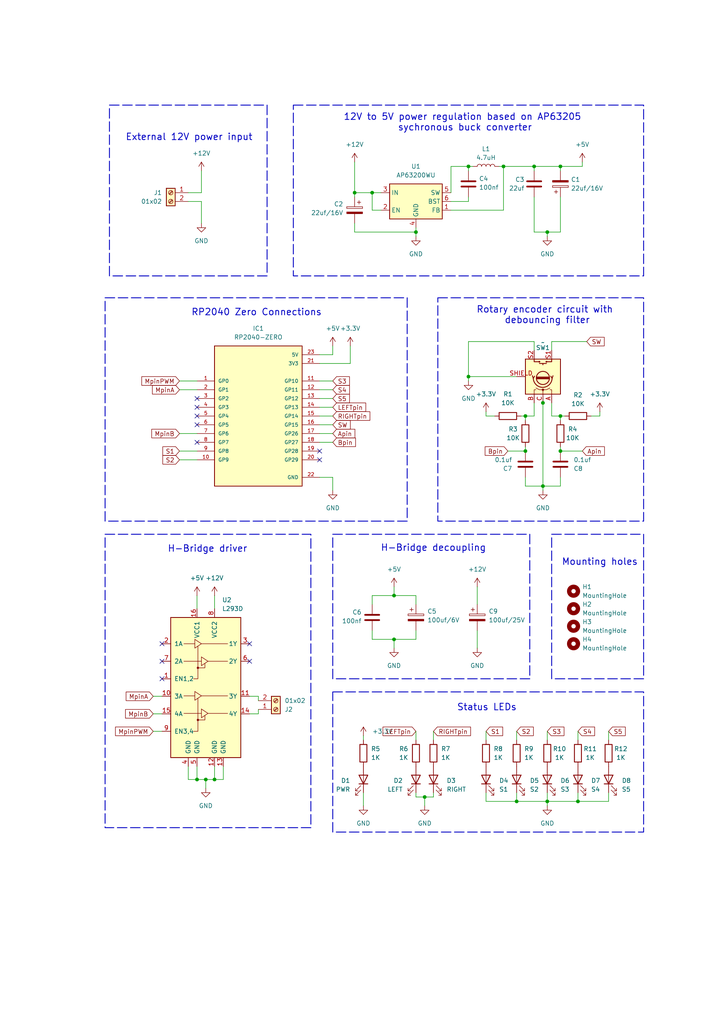
<source format=kicad_sch>
(kicad_sch (version 20231120) (generator "eeschema") (generator_version "8.0")
  (paper "A4" portrait)
  (title_block (title "Motor 12V STM Controller"))
  (lib_symbols
    (symbol "Connector:Screw_Terminal_01x02" (pin_names (offset 1.016) hide)
      (property "Reference" "J" (at 0 2.54 0))
      (property "Value" "Screw_Terminal_01x02" (at 0 -5.08 0))
      (symbol "Screw_Terminal_01x02_1_1"
        (rectangle (start -1.27 1.27) (end 1.27 -3.81) (stroke (width 0.254)) (fill (type background)))
        (circle (center 0 -2.54) (radius 0.635) (stroke (width 0.1524)))
        (polyline (pts (xy -0.5334 -2.2098) (xy 0.3302 -3.048)) (stroke (width 0.1524)))
        (polyline (pts (xy -0.5334 0.3302) (xy 0.3302 -0.508)) (stroke (width 0.1524)))
        (polyline (pts (xy -0.3556 -2.032) (xy 0.508 -2.8702)) (stroke (width 0.1524)))
        (polyline (pts (xy -0.3556 0.508) (xy 0.508 -0.3302)) (stroke (width 0.1524)))
        (circle (center 0 0) (radius 0.635) (stroke (width 0.1524)))
        (pin passive line (at -5.08 0 0) (length 3.81) (name "Pin_1") (number "1"))
        (pin passive line (at -5.08 -2.54 0) (length 3.81) (name "Pin_2") (number "2"))
      )
    )
    (symbol "Device:C" (pin_numbers hide) (pin_names (offset 0.254))
      (property "Reference" "C" (at 0.635 2.54 0))
      (property "Value" "C" (at 0.635 -2.54 0))
      (symbol "C_0_1"
        (polyline (pts (xy -2.032 -0.762) (xy 2.032 -0.762)) (stroke (width 0.508)))
        (polyline (pts (xy -2.032 0.762) (xy 2.032 0.762)) (stroke (width 0.508)))
      )
      (symbol "C_1_1"
        (pin passive line (at 0 3.81 270) (length 2.794) (name "~") (number "1"))
        (pin passive line (at 0 -3.81 90) (length 2.794) (name "~") (number "2"))
      )
    )
    (symbol "Device:C_Polarized" (pin_numbers hide) (pin_names (offset 0.254))
      (property "Reference" "C" (at 0.635 2.54 0))
      (property "Value" "C_Polarized" (at 0.635 -2.54 0))
      (symbol "C_Polarized_0_1"
        (rectangle (start -2.286 0.508) (end 2.286 1.016))
        (polyline (pts (xy -1.778 2.286) (xy -0.762 2.286)))
        (polyline (pts (xy -1.27 2.794) (xy -1.27 1.778)))
        (rectangle (start 2.286 -0.508) (end -2.286 -1.016) (fill (type outline)))
      )
      (symbol "C_Polarized_1_1"
        (pin passive line (at 0 3.81 270) (length 2.794) (name "~") (number "1"))
        (pin passive line (at 0 -3.81 90) (length 2.794) (name "~") (number "2"))
      )
    )
    (symbol "Device:L" (pin_numbers hide) (pin_names (offset 1.016) hide)
      (property "Reference" "L" (at -1.27 0 90))
      (property "Value" "L" (at 1.905 0 90))
      (symbol "L_0_1"
        (arc (start 0 -2.54) (mid 0.6323 -1.905) (end 0 -1.27))
        (arc (start 0 -1.27) (mid 0.6323 -0.635) (end 0 0))
        (arc (start 0 0) (mid 0.6323 0.635) (end 0 1.27))
        (arc (start 0 1.27) (mid 0.6323 1.905) (end 0 2.54))
      )
      (symbol "L_1_1"
        (pin passive line (at 0 3.81 270) (length 1.27) (name "1") (number "1"))
        (pin passive line (at 0 -3.81 90) (length 1.27) (name "2") (number "2"))
      )
    )
    (symbol "Device:LED" (pin_numbers hide) (pin_names (offset 1.016) hide)
      (property "Reference" "D" (at 0 2.54 0))
      (property "Value" "LED" (at 0 -2.54 0))
      (symbol "LED_0_1"
        (polyline (pts (xy -1.27 -1.27) (xy -1.27 1.27)) (stroke (width 0.254)))
        (polyline (pts (xy -1.27 0) (xy 1.27 0)))
        (polyline (pts (xy 1.27 -1.27) (xy 1.27 1.27) (xy -1.27 0) (xy 1.27 -1.27)) (stroke (width 0.254)))
        (polyline (pts (xy -3.048 -0.762) (xy -4.572 -2.286) (xy -3.81 -2.286) (xy -4.572 -2.286) (xy -4.572 -1.524)))
        (polyline (pts (xy -1.778 -0.762) (xy -3.302 -2.286) (xy -2.54 -2.286) (xy -3.302 -2.286) (xy -3.302 -1.524)))
      )
      (symbol "LED_1_1"
        (pin passive line (at -3.81 0 0) (length 2.54) (name "K") (number "1"))
        (pin passive line (at 3.81 0 180) (length 2.54) (name "A") (number "2"))
      )
    )
    (symbol "Device:R" (pin_numbers hide) (pin_names (offset 0))
      (property "Reference" "R" (at 2.032 0 90))
      (property "Value" "R" (at 0 0 90))
      (symbol "R_0_1"
        (rectangle (start -1.016 -2.54) (end 1.016 2.54) (stroke (width 0.254)))
      )
      (symbol "R_1_1"
        (pin passive line (at 0 3.81 270) (length 1.27) (name "~") (number "1"))
        (pin passive line (at 0 -3.81 90) (length 1.27) (name "~") (number "2"))
      )
    )
    (symbol "Device:RotaryEncoder_Switch" (pin_names (offset 0.254) hide)
      (property "Reference" "SW1" (at 8.382 0 90))
      (property "Value" "~" (at 9.906 0 90))
      (symbol "RotaryEncoder_Switch_0_1"
        (rectangle (start -5.08 5.08) (end 5.08 -5.08) (stroke (width 0.254)) (fill (type background)))
        (circle (center -3.81 0) (radius 0.254) (fill (type outline)))
        (circle (center -0.381 0) (radius 1.905) (stroke (width 0.254)))
        (arc (start -0.381 2.667) (mid -3.0988 -0.0635) (end -0.381 -2.794) (stroke (width 0.254)))
        (polyline (pts (xy -0.635 -1.778) (xy -0.635 1.778)) (stroke (width 0.254)))
        (polyline (pts (xy -0.381 -1.778) (xy -0.381 1.778)) (stroke (width 0.254)))
        (polyline (pts (xy -0.127 1.778) (xy -0.127 -1.778)) (stroke (width 0.254)))
        (polyline (pts (xy 3.81 0) (xy 3.429 0)) (stroke (width 0.254)))
        (polyline (pts (xy 3.81 1.016) (xy 3.81 -1.016)) (stroke (width 0.254)))
        (polyline (pts (xy -5.08 -2.54) (xy -3.81 -2.54) (xy -3.81 -2.032)))
        (polyline (pts (xy -5.08 2.54) (xy -3.81 2.54) (xy -3.81 2.032)))
        (polyline (pts (xy 0.254 -3.048) (xy -0.508 -2.794) (xy 0.127 -2.413)) (stroke (width 0.254)))
        (polyline (pts (xy 0.254 2.921) (xy -0.508 2.667) (xy 0.127 2.286)) (stroke (width 0.254)))
        (polyline (pts (xy 5.08 -2.54) (xy 4.318 -2.54) (xy 4.318 -1.016)) (stroke (width 0.254)))
        (polyline (pts (xy 5.08 2.54) (xy 4.318 2.54) (xy 4.318 1.016)) (stroke (width 0.254)))
        (polyline (pts (xy -5.08 0) (xy -3.81 0) (xy -3.81 -1.016) (xy -3.302 -2.032)))
        (polyline (pts (xy -4.318 0) (xy -3.81 0) (xy -3.81 1.016) (xy -3.302 2.032)))
        (circle (center 4.318 -1.016) (radius 0.127) (stroke (width 0.254)))
        (circle (center 4.318 1.016) (radius 0.127) (stroke (width 0.254)))
      )
      (symbol "RotaryEncoder_Switch_1_1"
        (pin passive line (at -7.62 2.54 0) (length 2.54) (name "A") (number "A"))
        (pin passive line (at -7.62 -2.54 0) (length 2.54) (name "B") (number "B"))
        (pin passive line (at -7.62 0 0) (length 2.54) (name "C") (number "C"))
        (pin passive line (at 7.62 2.54 180) (length 2.54) (name "S1") (number "S1"))
        (pin passive line (at 7.62 -2.54 180) (length 2.54) (name "S2") (number "S2"))
        (pin passive line (at 0 -7.62 90) (length 2.54) (name "SHIELD") (number "SHIELD"))
      )
    )
    (symbol "Driver_Motor:L293D" (pin_names (offset 1.016))
      (property "Reference" "U" (at -5.08 26.035 0))
      (property "Value" "L293D" (at -5.08 24.13 0))
      (symbol "L293D_0_1"
        (rectangle (start -10.16 22.86) (end 10.16 -17.78) (stroke (width 0.254)) (fill (type background)))
        (circle (center -2.286 -6.858) (radius 0.254) (fill (type outline)))
        (circle (center -2.286 8.255) (radius 0.254) (fill (type outline)))
        (polyline (pts (xy -6.35 -4.953) (xy -1.27 -4.953)))
        (polyline (pts (xy -6.35 0.127) (xy -3.175 0.127)))
        (polyline (pts (xy -6.35 10.16) (xy -1.27 10.16)))
        (polyline (pts (xy -6.35 15.24) (xy -3.175 15.24)))
        (polyline (pts (xy -1.27 0.127) (xy 6.35 0.127)))
        (polyline (pts (xy -1.27 15.24) (xy 6.35 15.24)))
        (polyline (pts (xy 0.635 -4.953) (xy 6.35 -4.953)))
        (polyline (pts (xy 0.635 10.16) (xy 6.35 10.16)))
        (polyline (pts (xy -2.286 -6.858) (xy -0.254 -6.858) (xy -0.254 -5.588)))
        (polyline (pts (xy -2.286 -0.635) (xy -2.286 -10.16) (xy -3.556 -10.16)))
        (polyline (pts (xy -2.286 8.255) (xy -0.254 8.255) (xy -0.254 9.525)))
        (polyline (pts (xy -2.286 14.478) (xy -2.286 5.08) (xy -3.556 5.08)))
        (polyline (pts (xy -3.175 1.397) (xy -3.175 -1.143) (xy -1.27 0.127) (xy -3.175 1.397)))
        (polyline (pts (xy -3.175 16.51) (xy -3.175 13.97) (xy -1.27 15.24) (xy -3.175 16.51)))
        (polyline (pts (xy -1.27 -3.683) (xy -1.27 -6.223) (xy 0.635 -4.953) (xy -1.27 -3.683)))
        (polyline (pts (xy -1.27 11.43) (xy -1.27 8.89) (xy 0.635 10.16) (xy -1.27 11.43)))
      )
      (symbol "L293D_1_1"
        (pin input line (at -12.7 5.08 0) (length 2.54) (name "EN1,2") (number "1"))
        (pin input line (at -12.7 0 0) (length 2.54) (name "3A") (number "10"))
        (pin output line (at 12.7 0 180) (length 2.54) (name "3Y") (number "11"))
        (pin power_in line (at 2.54 -20.32 90) (length 2.54) (name "GND") (number "12"))
        (pin power_in line (at 5.08 -20.32 90) (length 2.54) (name "GND") (number "13"))
        (pin output line (at 12.7 -5.08 180) (length 2.54) (name "4Y") (number "14"))
        (pin input line (at -12.7 -5.08 0) (length 2.54) (name "4A") (number "15"))
        (pin power_in line (at -2.54 25.4 270) (length 2.54) (name "VCC1") (number "16"))
        (pin input line (at -12.7 15.24 0) (length 2.54) (name "1A") (number "2"))
        (pin output line (at 12.7 15.24 180) (length 2.54) (name "1Y") (number "3"))
        (pin power_in line (at -5.08 -20.32 90) (length 2.54) (name "GND") (number "4"))
        (pin power_in line (at -2.54 -20.32 90) (length 2.54) (name "GND") (number "5"))
        (pin output line (at 12.7 10.16 180) (length 2.54) (name "2Y") (number "6"))
        (pin input line (at -12.7 10.16 0) (length 2.54) (name "2A") (number "7"))
        (pin power_in line (at 2.54 25.4 270) (length 2.54) (name "VCC2") (number "8"))
        (pin input line (at -12.7 -10.16 0) (length 2.54) (name "EN3,4") (number "9"))
      )
    )
    (symbol "Mechanical:MountingHole" (pin_names (offset 1.016)) (exclude_from_sim yes) (in_bom no)
      (property "Reference" "H" (at 0 5.08 0))
      (property "Value" "MountingHole" (at 0 3.175 0))
      (symbol "MountingHole_0_1"
        (circle (center 0 0) (radius 1.27) (stroke (width 1.27)))
      )
    )
    (symbol "RP2040-ZERO:RP2040-ZERO" (pin_names (offset 1.016))
      (property "Reference" "U" (at -12.7 21.082 0))
      (property "Value" "RP2040-ZERO" (at -12.7 -22.86 0))
      (symbol "RP2040-ZERO_0_0"
        (rectangle (start -12.7 -20.32) (end 12.7 20.32) (stroke (width 0.254)) (fill (type background)))
        (pin bidirectional line (at -17.78 10.16 0) (length 5.08) (name "GP0") (number "1"))
        (pin bidirectional line (at -17.78 -12.7 0) (length 5.08) (name "GP9") (number "10"))
        (pin bidirectional line (at 17.78 10.16 180) (length 5.08) (name "GP10") (number "11"))
        (pin bidirectional line (at 17.78 7.62 180) (length 5.08) (name "GP11") (number "12"))
        (pin bidirectional line (at 17.78 5.08 180) (length 5.08) (name "GP12") (number "13"))
        (pin bidirectional line (at 17.78 2.54 180) (length 5.08) (name "GP13") (number "14"))
        (pin bidirectional line (at 17.78 0 180) (length 5.08) (name "GP14") (number "15"))
        (pin bidirectional line (at 17.78 -2.54 180) (length 5.08) (name "GP15") (number "16"))
        (pin bidirectional line (at 17.78 -5.08 180) (length 5.08) (name "GP26") (number "17"))
        (pin bidirectional line (at 17.78 -7.62 180) (length 5.08) (name "GP27") (number "18"))
        (pin bidirectional line (at 17.78 -10.16 180) (length 5.08) (name "GP28") (number "19"))
        (pin bidirectional line (at -17.78 7.62 0) (length 5.08) (name "GP1") (number "2"))
        (pin bidirectional line (at 17.78 -12.7 180) (length 5.08) (name "GP29") (number "20"))
        (pin power_in line (at 17.78 15.24 180) (length 5.08) (name "3V3") (number "21"))
        (pin power_in line (at 17.78 -17.78 180) (length 5.08) (name "GND") (number "22"))
        (pin power_in line (at 17.78 17.78 180) (length 5.08) (name "5V") (number "23"))
        (pin bidirectional line (at -17.78 5.08 0) (length 5.08) (name "GP2") (number "3"))
        (pin bidirectional line (at -17.78 2.54 0) (length 5.08) (name "GP3") (number "4"))
        (pin bidirectional line (at -17.78 0 0) (length 5.08) (name "GP4") (number "5"))
        (pin bidirectional line (at -17.78 -2.54 0) (length 5.08) (name "GP5") (number "6"))
        (pin bidirectional line (at -17.78 -5.08 0) (length 5.08) (name "GP6") (number "7"))
        (pin bidirectional line (at -17.78 -7.62 0) (length 5.08) (name "GP7") (number "8"))
        (pin bidirectional line (at -17.78 -10.16 0) (length 5.08) (name "GP8") (number "9"))
      )
    )
    (symbol "Regulator_Switching:AP63200WU"
      (property "Reference" "U" (at -7.62 6.35 0))
      (property "Value" "AP63200WU" (at 2.54 6.35 0))
      (symbol "AP63200WU_0_1"
        (rectangle (start -7.62 5.08) (end 7.62 -5.08) (stroke (width 0.254)) (fill (type background)))
      )
      (symbol "AP63200WU_1_1"
        (pin input line (at 10.16 -2.54 180) (length 2.54) (name "FB") (number "1"))
        (pin input line (at -10.16 -2.54 0) (length 2.54) (name "EN") (number "2"))
        (pin power_in line (at -10.16 2.54 0) (length 2.54) (name "IN") (number "3"))
        (pin power_in line (at 0 -7.62 90) (length 2.54) (name "GND") (number "4"))
        (pin output line (at 10.16 2.54 180) (length 2.54) (name "SW") (number "5"))
        (pin passive line (at 10.16 0 180) (length 2.54) (name "BST") (number "6"))
      )
    )
    (symbol "power:+12V" (power) (pin_numbers hide) (pin_names (offset 0) hide)
      (property "Value" "+12V" (at 0 3.556 0))
      (symbol "+12V_0_1"
        (polyline (pts (xy -0.762 1.27) (xy 0 2.54)))
        (polyline (pts (xy 0 0) (xy 0 2.54)))
        (polyline (pts (xy 0 2.54) (xy 0.762 1.27)))
      )
      (symbol "+12V_1_1"
        (pin power_in line (at 0 0 90) (length 0) (name "~") (number "1"))
      )
    )
    (symbol "power:+3.3V" (power) (pin_numbers hide) (pin_names (offset 0) hide)
      (property "Value" "+3.3V" (at 0 3.556 0))
      (symbol "+3.3V_0_1"
        (polyline (pts (xy -0.762 1.27) (xy 0 2.54)))
        (polyline (pts (xy 0 0) (xy 0 2.54)))
        (polyline (pts (xy 0 2.54) (xy 0.762 1.27)))
      )
      (symbol "+3.3V_1_1"
        (pin power_in line (at 0 0 90) (length 0) (name "~") (number "1"))
      )
    )
    (symbol "power:+5V" (power) (pin_numbers hide) (pin_names (offset 0) hide)
      (property "Value" "+5V" (at 0 3.556 0))
      (symbol "+5V_0_1"
        (polyline (pts (xy -0.762 1.27) (xy 0 2.54)))
        (polyline (pts (xy 0 0) (xy 0 2.54)))
        (polyline (pts (xy 0 2.54) (xy 0.762 1.27)))
      )
      (symbol "+5V_1_1"
        (pin power_in line (at 0 0 90) (length 0) (name "~") (number "1"))
      )
    )
    (symbol "power:GND" (power) (pin_numbers hide) (pin_names (offset 0) hide)
      (property "Value" "GND" (at 0 -3.81 0))
      (symbol "GND_0_1"
        (polyline (pts (xy 0 0) (xy 0 -1.27) (xy 1.27 -1.27) (xy 0 -2.54) (xy -1.27 -1.27) (xy 0 -1.27)))
      )
      (symbol "GND_1_1"
        (pin power_in line (at 0 0 270) (length 0) (name "~") (number "1"))
      )
    )
  )
  (junction (at 158.75 232.41))
  (junction (at 107.95 55.88))
  (junction (at 59.69 226.06))
  (junction (at 157.48 116.84))
  (junction (at 120.65 67.31))
  (junction (at 152.4 120.65))
  (junction (at 167.64 232.41))
  (junction (at 102.87 55.88))
  (junction (at 158.75 67.31))
  (junction (at 162.56 120.65))
  (junction (at 135.89 109.22))
  (junction (at 114.3 172.72))
  (junction (at 149.86 232.41))
  (junction (at 62.23 226.06))
  (junction (at 135.89 48.26))
  (junction (at 154.94 48.26))
  (junction (at 157.48 140.97))
  (junction (at 162.56 48.26))
  (junction (at 123.19 231.14))
  (junction (at 57.15 226.06))
  (junction (at 114.3 185.42))
  (junction (at 152.4 130.81))
  (junction (at 146.05 48.26))
  (junction (at 162.56 130.81))
  (no_connect (at 46.99 191.77))
  (no_connect (at 92.71 133.35))
  (no_connect (at 72.39 186.69))
  (no_connect (at 72.39 191.77))
  (no_connect (at 92.71 130.81))
  (no_connect (at 46.99 186.69))
  (no_connect (at 46.99 196.85))
  (no_connect (at 57.15 115.57))
  (no_connect (at 57.15 123.19))
  (no_connect (at 57.15 118.11))
  (no_connect (at 57.15 120.65))
  (no_connect (at 57.15 128.27))
  (wire (pts (xy 147.32 130.81) (xy 152.4 130.81)))
  (wire (pts (xy 92.71 120.65) (xy 96.52 120.65)))
  (wire (pts (xy 160.02 116.84) (xy 160.02 120.65)))
  (wire (pts (xy 92.71 123.19) (xy 96.52 123.19)))
  (wire (pts (xy 74.93 207.01) (xy 74.93 205.74)))
  (wire (pts (xy 92.71 128.27) (xy 96.52 128.27)))
  (wire (pts (xy 96.52 102.87) (xy 92.71 102.87)))
  (wire (pts (xy 92.71 125.73) (xy 96.52 125.73)))
  (wire (pts (xy 135.89 110.49) (xy 135.89 109.22)))
  (wire (pts (xy 176.53 229.87) (xy 176.53 232.41)))
  (wire (pts (xy 130.81 48.26) (xy 135.89 48.26)))
  (wire (pts (xy 57.15 222.25) (xy 57.15 226.06)))
  (wire (pts (xy 157.48 116.84) (xy 157.48 140.97)))
  (wire (pts (xy 149.86 229.87) (xy 149.86 232.41)))
  (wire (pts (xy 92.71 113.03) (xy 96.52 113.03)))
  (wire (pts (xy 107.95 175.26) (xy 107.95 172.72)))
  (wire (pts (xy 58.42 49.53) (xy 58.42 55.88)))
  (wire (pts (xy 140.97 232.41) (xy 149.86 232.41)))
  (wire (pts (xy 105.41 213.36) (xy 105.41 214.63)))
  (wire (pts (xy 62.23 226.06) (xy 59.69 226.06)))
  (wire (pts (xy 107.95 55.88) (xy 110.49 55.88)))
  (wire (pts (xy 135.89 109.22) (xy 149.86 109.22)))
  (wire (pts (xy 157.48 115.57) (xy 157.48 116.84)))
  (wire (pts (xy 135.89 48.26) (xy 137.16 48.26)))
  (wire (pts (xy 135.89 99.06) (xy 154.94 99.06)))
  (wire (pts (xy 158.75 229.87) (xy 158.75 232.41)))
  (wire (pts (xy 130.81 60.96) (xy 146.05 60.96)))
  (wire (pts (xy 54.61 226.06) (xy 57.15 226.06)))
  (wire (pts (xy 160.02 101.6) (xy 160.02 99.06)))
  (wire (pts (xy 92.71 115.57) (xy 96.52 115.57)))
  (wire (pts (xy 158.75 67.31) (xy 158.75 68.58)))
  (wire (pts (xy 92.71 118.11) (xy 96.52 118.11)))
  (wire (pts (xy 162.56 48.26) (xy 162.56 49.53)))
  (wire (pts (xy 160.02 99.06) (xy 170.18 99.06)))
  (wire (pts (xy 138.43 170.18) (xy 138.43 175.26)))
  (wire (pts (xy 102.87 67.31) (xy 120.65 67.31)))
  (wire (pts (xy 167.64 232.41) (xy 176.53 232.41)))
  (wire (pts (xy 96.52 100.33) (xy 96.52 102.87)))
  (wire (pts (xy 123.19 231.14) (xy 123.19 233.68)))
  (wire (pts (xy 167.64 212.09) (xy 167.64 214.63)))
  (wire (pts (xy 92.71 105.41) (xy 101.6 105.41)))
  (wire (pts (xy 167.64 229.87) (xy 167.64 232.41)))
  (wire (pts (xy 162.56 57.15) (xy 162.56 67.31)))
  (wire (pts (xy 114.3 185.42) (xy 114.3 187.96)))
  (wire (pts (xy 57.15 226.06) (xy 59.69 226.06)))
  (wire (pts (xy 162.56 140.97) (xy 157.48 140.97)))
  (wire (pts (xy 120.65 182.88) (xy 120.65 185.42)))
  (wire (pts (xy 120.65 212.09) (xy 120.65 214.63)))
  (wire (pts (xy 107.95 185.42) (xy 114.3 185.42)))
  (wire (pts (xy 52.07 133.35) (xy 57.15 133.35)))
  (wire (pts (xy 74.93 201.93) (xy 74.93 203.2)))
  (wire (pts (xy 58.42 55.88) (xy 54.61 55.88)))
  (wire (pts (xy 168.91 48.26) (xy 168.91 46.99)))
  (wire (pts (xy 154.94 57.15) (xy 154.94 67.31)))
  (wire (pts (xy 44.45 212.09) (xy 46.99 212.09)))
  (wire (pts (xy 64.77 222.25) (xy 64.77 226.06)))
  (wire (pts (xy 158.75 232.41) (xy 167.64 232.41)))
  (wire (pts (xy 160.02 120.65) (xy 162.56 120.65)))
  (wire (pts (xy 58.42 58.42) (xy 54.61 58.42)))
  (wire (pts (xy 154.94 48.26) (xy 162.56 48.26)))
  (wire (pts (xy 120.65 175.26) (xy 120.65 172.72)))
  (wire (pts (xy 173.99 120.65) (xy 173.99 119.38)))
  (wire (pts (xy 62.23 172.72) (xy 62.23 176.53)))
  (wire (pts (xy 138.43 182.88) (xy 138.43 187.96)))
  (wire (pts (xy 176.53 212.09) (xy 176.53 214.63)))
  (wire (pts (xy 152.4 120.65) (xy 154.94 120.65)))
  (wire (pts (xy 54.61 222.25) (xy 54.61 226.06)))
  (wire (pts (xy 154.94 116.84) (xy 154.94 120.65)))
  (wire (pts (xy 154.94 67.31) (xy 158.75 67.31)))
  (wire (pts (xy 92.71 110.49) (xy 96.52 110.49)))
  (wire (pts (xy 149.86 232.41) (xy 158.75 232.41)))
  (wire (pts (xy 152.4 120.65) (xy 152.4 121.92)))
  (wire (pts (xy 162.56 67.31) (xy 158.75 67.31)))
  (wire (pts (xy 151.13 120.65) (xy 152.4 120.65)))
  (wire (pts (xy 96.52 138.43) (xy 92.71 138.43)))
  (wire (pts (xy 101.6 105.41) (xy 101.6 100.33)))
  (wire (pts (xy 125.73 229.87) (xy 125.73 231.14)))
  (wire (pts (xy 162.56 129.54) (xy 162.56 130.81)))
  (wire (pts (xy 58.42 64.77) (xy 58.42 58.42)))
  (wire (pts (xy 135.89 109.22) (xy 135.89 99.06)))
  (wire (pts (xy 120.65 185.42) (xy 114.3 185.42)))
  (wire (pts (xy 120.65 231.14) (xy 123.19 231.14)))
  (wire (pts (xy 135.89 57.15) (xy 135.89 58.42)))
  (wire (pts (xy 143.51 120.65) (xy 140.97 120.65)))
  (wire (pts (xy 110.49 60.96) (xy 107.95 60.96)))
  (wire (pts (xy 154.94 48.26) (xy 154.94 49.53)))
  (wire (pts (xy 168.91 48.26) (xy 162.56 48.26)))
  (wire (pts (xy 162.56 138.43) (xy 162.56 140.97)))
  (wire (pts (xy 105.41 229.87) (xy 105.41 233.68)))
  (wire (pts (xy 171.45 120.65) (xy 173.99 120.65)))
  (wire (pts (xy 114.3 172.72) (xy 114.3 170.18)))
  (wire (pts (xy 52.07 125.73) (xy 57.15 125.73)))
  (wire (pts (xy 102.87 55.88) (xy 107.95 55.88)))
  (wire (pts (xy 146.05 60.96) (xy 146.05 48.26)))
  (wire (pts (xy 157.48 140.97) (xy 157.48 142.24)))
  (wire (pts (xy 52.07 130.81) (xy 57.15 130.81)))
  (wire (pts (xy 44.45 201.93) (xy 46.99 201.93)))
  (wire (pts (xy 107.95 182.88) (xy 107.95 185.42)))
  (wire (pts (xy 59.69 228.6) (xy 59.69 226.06)))
  (wire (pts (xy 162.56 120.65) (xy 162.56 121.92)))
  (wire (pts (xy 146.05 48.26) (xy 154.94 48.26)))
  (wire (pts (xy 135.89 48.26) (xy 135.89 49.53)))
  (wire (pts (xy 149.86 212.09) (xy 149.86 214.63)))
  (wire (pts (xy 64.77 226.06) (xy 62.23 226.06)))
  (wire (pts (xy 107.95 172.72) (xy 114.3 172.72)))
  (wire (pts (xy 125.73 212.09) (xy 125.73 214.63)))
  (wire (pts (xy 162.56 130.81) (xy 168.91 130.81)))
  (wire (pts (xy 154.94 99.06) (xy 154.94 101.6)))
  (wire (pts (xy 135.89 58.42) (xy 130.81 58.42)))
  (wire (pts (xy 140.97 229.87) (xy 140.97 232.41)))
  (wire (pts (xy 102.87 55.88) (xy 102.87 46.99)))
  (wire (pts (xy 52.07 113.03) (xy 57.15 113.03)))
  (wire (pts (xy 120.65 67.31) (xy 120.65 68.58)))
  (wire (pts (xy 102.87 64.77) (xy 102.87 67.31)))
  (wire (pts (xy 107.95 60.96) (xy 107.95 55.88)))
  (wire (pts (xy 62.23 222.25) (xy 62.23 226.06)))
  (wire (pts (xy 158.75 232.41) (xy 158.75 233.68)))
  (wire (pts (xy 158.75 212.09) (xy 158.75 214.63)))
  (wire (pts (xy 140.97 212.09) (xy 140.97 214.63)))
  (wire (pts (xy 144.78 48.26) (xy 146.05 48.26)))
  (wire (pts (xy 52.07 110.49) (xy 57.15 110.49)))
  (wire (pts (xy 57.15 172.72) (xy 57.15 176.53)))
  (wire (pts (xy 102.87 55.88) (xy 102.87 57.15)))
  (wire (pts (xy 152.4 138.43) (xy 152.4 140.97)))
  (wire (pts (xy 152.4 129.54) (xy 152.4 130.81)))
  (wire (pts (xy 72.39 201.93) (xy 74.93 201.93)))
  (wire (pts (xy 96.52 142.24) (xy 96.52 138.43)))
  (wire (pts (xy 152.4 140.97) (xy 157.48 140.97)))
  (wire (pts (xy 125.73 231.14) (xy 123.19 231.14)))
  (wire (pts (xy 130.81 55.88) (xy 130.81 48.26)))
  (wire (pts (xy 162.56 120.65) (xy 163.83 120.65)))
  (wire (pts (xy 120.65 172.72) (xy 114.3 172.72)))
  (wire (pts (xy 44.45 207.01) (xy 46.99 207.01)))
  (wire (pts (xy 140.97 120.65) (xy 140.97 119.38)))
  (wire (pts (xy 120.65 229.87) (xy 120.65 231.14)))
  (wire (pts (xy 120.65 66.04) (xy 120.65 67.31)))
  (wire (pts (xy 72.39 207.01) (xy 74.93 207.01)))
  (rectangle (start 30.48 86.36) (end 118.11 151.13) (stroke (width 0.254) (type dash)))
  (rectangle (start 31.75 30.48) (end 77.47 80.01) (stroke (width 0.254) (type dash)))
  (rectangle (start 85.09 30.48) (end 186.69 80.01) (stroke (width 0.254) (type dash)))
  (rectangle (start 160.02 154.94) (end 186.69 196.85) (stroke (width 0.254) (type dash)))
  (rectangle (start 127 86.36) (end 186.69 151.13) (stroke (width 0.254) (type dash)))
  (rectangle (start 96.52 200.66) (end 186.69 241.3) (stroke (width 0.254) (type dash)))
  (rectangle (start 30.48 154.94) (end 90.17 240.03) (stroke (width 0.254) (type dash)))
  (rectangle (start 96.52 154.94) (end 153.67 196.85) (stroke (width 0.254) (type dash)))
  (text "Mounting holes" (at 173.99 163.068 0) (effects (font (size 1.905 1.905) (thickness 0.2381))))
  (text "Rotary encoder circuit with \ndebouncing filter" (at 158.75 91.44 0) (effects (font (size 1.905 1.905) (thickness 0.2381))))
  (text "12V to 5V power regulation based on AP63205 \nsychronous buck converter" (at 134.874 35.56 0) (effects (font (size 1.905 1.905) (thickness 0.2381))))
  (text "External 12V power input" (at 54.864 39.878 0) (effects (font (size 1.905 1.905) (thickness 0.2381))))
  (text "RP2040 Zero Connections" (at 74.422 90.678 0) (effects (font (size 1.905 1.905) (thickness 0.2381))))
  (text "H-Bridge decoupling" (at 125.73 159.004 0) (effects (font (size 1.905 1.905) (thickness 0.2381))))
  (text "H-Bridge driver" (at 60.198 159.258 0) (effects (font (size 1.905 1.905) (thickness 0.2381))))
  (text "Status LEDs" (at 141.224 205.232 0) (effects (font (size 1.905 1.905) (thickness 0.2381))))
  (global_label "MpinB" (shape input) (at 44.45 207.01 180) (property "Intersheetrefs" "${INTERSHEET_REFS}" (effects (hide yes))))
  (global_label "RIGHTpin" (shape input) (at 125.73 212.09 0) (property "Intersheetrefs" "${INTERSHEET_REFS}" (effects (hide yes))))
  (global_label "MpinA" (shape input) (at 44.45 201.93 180) (property "Intersheetrefs" "${INTERSHEET_REFS}" (effects (hide yes))))
  (global_label "Bpin" (shape input) (at 96.52 128.27 0) (property "Intersheetrefs" "${INTERSHEET_REFS}" (effects (hide yes))))
  (global_label "S3" (shape input) (at 158.75 212.09 0) (property "Intersheetrefs" "${INTERSHEET_REFS}" (effects (hide yes))))
  (global_label "Apin" (shape input) (at 96.52 125.73 0) (property "Intersheetrefs" "${INTERSHEET_REFS}" (effects (hide yes))))
  (global_label "S5" (shape input) (at 176.53 212.09 0) (property "Intersheetrefs" "${INTERSHEET_REFS}" (effects (hide yes))))
  (global_label "Bpin" (shape input) (at 147.32 130.81 180) (property "Intersheetrefs" "${INTERSHEET_REFS}" (effects (hide yes))))
  (global_label "MpinPWM" (shape input) (at 52.07 110.49 180) (property "Intersheetrefs" "${INTERSHEET_REFS}" (effects (hide yes))))
  (global_label "S2" (shape input) (at 149.86 212.09 0) (property "Intersheetrefs" "${INTERSHEET_REFS}" (effects (hide yes))))
  (global_label "LEFTpin" (shape input) (at 96.52 118.11 0) (property "Intersheetrefs" "${INTERSHEET_REFS}" (effects (hide yes))))
  (global_label "S4" (shape input) (at 167.64 212.09 0) (property "Intersheetrefs" "${INTERSHEET_REFS}" (effects (hide yes))))
  (global_label "S1" (shape input) (at 140.97 212.09 0) (property "Intersheetrefs" "${INTERSHEET_REFS}" (effects (hide yes))))
  (global_label "SW" (shape input) (at 96.52 123.19 0) (property "Intersheetrefs" "${INTERSHEET_REFS}" (effects (hide yes))))
  (global_label "MpinA" (shape input) (at 52.07 113.03 180) (property "Intersheetrefs" "${INTERSHEET_REFS}" (effects (hide yes))))
  (global_label "MpinPWM" (shape input) (at 44.45 212.09 180) (property "Intersheetrefs" "${INTERSHEET_REFS}" (effects (hide yes))))
  (global_label "S4" (shape input) (at 96.52 113.03 0) (property "Intersheetrefs" "${INTERSHEET_REFS}" (effects (hide yes))))
  (global_label "MpinB" (shape input) (at 52.07 125.73 180) (property "Intersheetrefs" "${INTERSHEET_REFS}" (effects (hide yes))))
  (global_label "SW" (shape input) (at 170.18 99.06 0) (property "Intersheetrefs" "${INTERSHEET_REFS}" (effects (hide yes))))
  (global_label "S3" (shape input) (at 96.52 110.49 0) (property "Intersheetrefs" "${INTERSHEET_REFS}" (effects (hide yes))))
  (global_label "Apin" (shape input) (at 168.91 130.81 0) (property "Intersheetrefs" "${INTERSHEET_REFS}" (effects (hide yes))))
  (global_label "RIGHTpin" (shape input) (at 96.52 120.65 0) (property "Intersheetrefs" "${INTERSHEET_REFS}" (effects (hide yes))))
  (global_label "S5" (shape input) (at 96.52 115.57 0) (property "Intersheetrefs" "${INTERSHEET_REFS}" (effects (hide yes))))
  (global_label "S1" (shape input) (at 52.07 130.81 180) (property "Intersheetrefs" "${INTERSHEET_REFS}" (effects (hide yes))))
  (global_label "S2" (shape input) (at 52.07 133.35 180) (property "Intersheetrefs" "${INTERSHEET_REFS}" (effects (hide yes))))
  (global_label "LEFTpin" (shape input) (at 120.65 212.09 180) (property "Intersheetrefs" "${INTERSHEET_REFS}" (effects (hide yes))))
  (symbol (lib_id "Device:C_Polarized") (at 102.87 60.96 0) (mirror y) (unit 1)
    (property "Reference" "C2" (at 99.568 59.182 0) (effects (justify left)))
    (property "Value" "22uf/16V" (at 99.568 61.722 0) (effects (justify left)))
    (property "Footprint" "Capacitor_THT:CP_Radial_D4.0mm_P1.50mm" (effects (hide yes)))
    (property "Description" "Polarized capacitor" (effects (hide yes)))
  )
  (symbol (lib_id "power:+12V") (at 58.42 49.53 0) (unit 1)
    (property "Reference" "#PWR020" (effects (hide yes)))
    (property "Value" "+12V" (at 58.42 44.45 0))
    (property "Description" "Power symbol creates a global label with name \"+12V\"" (effects (hide yes)))
  )
  (symbol (lib_id "Device:LED") (at 105.41 226.06 270) (mirror x) (unit 1)
    (property "Reference" "D1" (at 101.6 226.3774 90) (effects (justify right)))
    (property "Value" "PWR" (at 101.6 228.9174 90) (effects (justify right)))
    (property "Footprint" "LED_THT:LED_Rectangular_W5.0mm_H2.0mm" (effects (hide yes)))
    (property "Description" "Light emitting diode" (effects (hide yes)))
  )
  (symbol (lib_id "Device:LED") (at 176.53 226.06 90) (unit 1)
    (property "Reference" "D8" (at 180.34 226.3774 90) (effects (justify right)))
    (property "Value" "S5" (at 180.34 228.9174 90) (effects (justify right)))
    (property "Footprint" "LED_THT:LED_Rectangular_W5.0mm_H2.0mm" (effects (hide yes)))
    (property "Description" "Light emitting diode" (effects (hide yes)))
  )
  (symbol (lib_id "Device:R") (at 176.53 218.44 0) (unit 1)
    (property "Reference" "R12" (at 180.086 217.17 0))
    (property "Value" "1K" (at 180.086 219.71 0))
    (property "Footprint" "Resistor_THT:R_Axial_DIN0204_L3.6mm_D1.6mm_P2.54mm_Vertical" (effects (hide yes)))
    (property "Description" "Resistor" (effects (hide yes)))
  )
  (symbol (lib_id "power:+5V") (at 168.91 46.99 0) (unit 1)
    (property "Reference" "#PWR03" (effects (hide yes)))
    (property "Value" "+5V" (at 168.91 41.91 0))
    (property "Description" "Power symbol creates a global label with name \"+5V\"" (effects (hide yes)))
  )
  (symbol (lib_id "power:GND") (at 120.65 68.58 0) (unit 1)
    (property "Reference" "#PWR04" (effects (hide yes)))
    (property "Value" "GND" (at 120.65 73.66 0))
    (property "Description" "Power symbol creates a global label with name \"GND\" , ground" (effects (hide yes)))
  )
  (symbol (lib_id "power:GND") (at 114.3 187.96 0) (unit 1)
    (property "Reference" "#PWR06" (effects (hide yes)))
    (property "Value" "GND" (at 114.3 193.04 0))
    (property "Description" "Power symbol creates a global label with name \"GND\" , ground" (effects (hide yes)))
  )
  (symbol (lib_id "power:+12V") (at 102.87 46.99 0) (unit 1)
    (property "Reference" "#PWR02" (effects (hide yes)))
    (property "Value" "+12V" (at 102.87 41.91 0))
    (property "Description" "Power symbol creates a global label with name \"+12V\"" (effects (hide yes)))
  )
  (symbol (lib_id "power:+5V") (at 57.15 172.72 0) (unit 1)
    (property "Reference" "#PWR017" (effects (hide yes)))
    (property "Value" "+5V" (at 57.15 167.64 0))
    (property "Description" "Power symbol creates a global label with name \"+5V\"" (effects (hide yes)))
  )
  (symbol (lib_id "Connector:Screw_Terminal_01x02") (at 49.53 55.88 0) (mirror y) (unit 1)
    (property "Reference" "J1" (at 46.99 55.8799 0) (effects (justify left)))
    (property "Value" "01x02" (at 46.99 58.4199 0) (effects (justify left)))
    (property "Footprint" "TerminalBlock:TerminalBlock_Xinya_XY308-2.54-2P_1x02_P2.54mm_Horizontal" (effects (hide yes)))
    (property "Description" "Generic screw terminal, single row, 01x02, script generated (kicad-library-utils/schlib/autogen/connector/)" (effects (hide yes)))
  )
  (symbol (lib_id "power:GND") (at 123.19 233.68 0) (unit 1)
    (property "Reference" "#PWR014" (effects (hide yes)))
    (property "Value" "GND" (at 123.19 238.76 0))
    (property "Description" "Power symbol creates a global label with name \"GND\" , ground" (effects (hide yes)))
  )
  (symbol (lib_id "Device:C") (at 152.4 134.62 180) (unit 1)
    (property "Reference" "C7" (at 148.59 135.8901 0) (effects (justify left)))
    (property "Value" "0.1uf" (at 148.59 133.3501 0) (effects (justify left)))
    (property "Footprint" "Capacitor_THT:CP_Radial_D4.0mm_P1.50mm" (effects (hide yes)))
    (property "Description" "Unpolarized capacitor" (effects (hide yes)))
  )
  (symbol (lib_id "Device:R") (at 167.64 120.65 270) (mirror x) (unit 1)
    (property "Reference" "R2" (at 167.64 114.554 90))
    (property "Value" "10K" (at 167.64 117.094 90))
    (property "Footprint" "Resistor_THT:R_Axial_DIN0204_L3.6mm_D1.6mm_P2.54mm_Vertical" (effects (hide yes)))
    (property "Description" "Resistor" (effects (hide yes)))
  )
  (symbol (lib_id "power:GND") (at 96.52 142.24 0) (unit 1)
    (property "Reference" "#PWR012" (effects (hide yes)))
    (property "Value" "GND" (at 96.52 147.32 0))
    (property "Description" "Power symbol creates a global label with name \"GND\" , ground" (effects (hide yes)))
  )
  (symbol (lib_id "Device:R") (at 149.86 218.44 0) (unit 1)
    (property "Reference" "R9" (at 153.416 217.17 0))
    (property "Value" "1K" (at 153.416 219.71 0))
    (property "Footprint" "Resistor_THT:R_Axial_DIN0204_L3.6mm_D1.6mm_P2.54mm_Vertical" (effects (hide yes)))
    (property "Description" "Resistor" (effects (hide yes)))
  )
  (symbol (lib_id "Mechanical:MountingHole") (at 166.37 171.45 0) (unit 1) (exclude_from_sim yes) (in_bom no)
    (property "Reference" "H1" (at 168.91 170.1799 0) (effects (justify left)))
    (property "Value" "MountingHole" (at 168.91 172.7199 0) (effects (justify left)))
    (property "Footprint" "MountingHole:MountingHole_2.2mm_M2" (effects (hide yes)))
    (property "Description" "Mounting Hole without connection" (effects (hide yes)))
  )
  (symbol (lib_id "Device:R") (at 167.64 218.44 0) (unit 1)
    (property "Reference" "R11" (at 171.196 217.17 0))
    (property "Value" "1K" (at 171.196 219.71 0))
    (property "Footprint" "Resistor_THT:R_Axial_DIN0204_L3.6mm_D1.6mm_P2.54mm_Vertical" (effects (hide yes)))
    (property "Description" "Resistor" (effects (hide yes)))
  )
  (symbol (lib_id "power:+3.3V") (at 173.99 119.38 0) (unit 1)
    (property "Reference" "#PWR09" (effects (hide yes)))
    (property "Value" "+3.3V" (at 173.99 114.3 0))
    (property "Description" "Power symbol creates a global label with name \"+3.3V\"" (effects (hide yes)))
  )
  (symbol (lib_id "Device:R") (at 140.97 218.44 0) (unit 1)
    (property "Reference" "R8" (at 144.526 217.17 0))
    (property "Value" "1K" (at 144.526 219.71 0))
    (property "Footprint" "Resistor_THT:R_Axial_DIN0204_L3.6mm_D1.6mm_P2.54mm_Vertical" (effects (hide yes)))
    (property "Description" "Resistor" (effects (hide yes)))
  )
  (symbol (lib_id "Device:RotaryEncoder_Switch") (at 157.48 109.22 270) (mirror x) (unit 1)
    (property "Reference" "SW1" (at 157.48 100.838 90))
    (property "Value" "~" (at 157.48 99.314 90))
    (property "Footprint" "PEC11R-4215F-S0024:XDCR_PEC11R-4215F-S0024" (effects (hide yes)))
    (property "Description" "Rotary encoder, dual channel, incremental quadrate outputs, with switch" (effects (hide yes)))
  )
  (symbol (lib_id "power:+3.3V") (at 101.6 100.33 0) (unit 1)
    (property "Reference" "#PWR022" (effects (hide yes)))
    (property "Value" "+3.3V" (at 101.6 95.25 0))
    (property "Description" "Power symbol creates a global label with name \"+3.3V\"" (effects (hide yes)))
  )
  (symbol (lib_id "power:+5V") (at 138.43 170.18 0) (unit 1)
    (property "Reference" "#PWR023" (effects (hide yes)))
    (property "Value" "+12V" (at 138.43 165.1 0))
    (property "Description" "Power symbol creates a global label with name \"+5V\"" (effects (hide yes)))
  )
  (symbol (lib_id "Device:R") (at 120.65 218.44 0) (mirror y) (unit 1)
    (property "Reference" "R6" (at 117.094 217.17 0))
    (property "Value" "1K" (at 117.094 219.71 0))
    (property "Footprint" "Resistor_THT:R_Axial_DIN0204_L3.6mm_D1.6mm_P2.54mm_Vertical" (effects (hide yes)))
    (property "Description" "Resistor" (effects (hide yes)))
  )
  (symbol (lib_id "Device:LED") (at 140.97 226.06 90) (unit 1)
    (property "Reference" "D4" (at 144.78 226.3774 90) (effects (justify right)))
    (property "Value" "S1" (at 144.78 228.9174 90) (effects (justify right)))
    (property "Footprint" "LED_THT:LED_Rectangular_W5.0mm_H2.0mm" (effects (hide yes)))
    (property "Description" "Light emitting diode" (effects (hide yes)))
  )
  (symbol (lib_id "Device:LED") (at 125.73 226.06 90) (unit 1)
    (property "Reference" "D3" (at 129.54 226.3774 90) (effects (justify right)))
    (property "Value" "RIGHT" (at 129.54 228.9174 90) (effects (justify right)))
    (property "Footprint" "LED_THT:LED_Rectangular_W5.0mm_H2.0mm" (effects (hide yes)))
    (property "Description" "Light emitting diode" (effects (hide yes)))
  )
  (symbol (lib_id "power:GND") (at 158.75 68.58 0) (unit 1)
    (property "Reference" "#PWR01" (effects (hide yes)))
    (property "Value" "GND" (at 158.75 73.66 0))
    (property "Description" "Power symbol creates a global label with name \"GND\" , ground" (effects (hide yes)))
  )
  (symbol (lib_id "power:+5V") (at 96.52 100.33 0) (unit 1)
    (property "Reference" "#PWR011" (effects (hide yes)))
    (property "Value" "+5V" (at 96.52 95.25 0))
    (property "Description" "Power symbol creates a global label with name \"+5V\"" (effects (hide yes)))
  )
  (symbol (lib_id "power:GND") (at 58.42 64.77 0) (unit 1)
    (property "Reference" "#PWR021" (effects (hide yes)))
    (property "Value" "GND" (at 58.42 69.85 0))
    (property "Description" "Power symbol creates a global label with name \"GND\" , ground" (effects (hide yes)))
  )
  (symbol (lib_id "Device:C") (at 107.95 179.07 0) (mirror y) (unit 1)
    (property "Reference" "C6" (at 104.902 177.546 0) (effects (justify left)))
    (property "Value" "100nf" (at 104.902 180.086 0) (effects (justify left)))
    (property "Footprint" "Capacitor_THT:CP_Radial_D4.0mm_P1.50mm" (effects (hide yes)))
    (property "Description" "Unpolarized capacitor" (effects (hide yes)))
  )
  (symbol (lib_id "Mechanical:MountingHole") (at 166.37 181.61 0) (unit 1) (exclude_from_sim yes) (in_bom no)
    (property "Reference" "H3" (at 168.91 180.3399 0) (effects (justify left)))
    (property "Value" "MountingHole" (at 168.91 182.8799 0) (effects (justify left)))
    (property "Footprint" "MountingHole:MountingHole_2.2mm_M2" (effects (hide yes)))
    (property "Description" "Mounting Hole without connection" (effects (hide yes)))
  )
  (symbol (lib_id "power:GND") (at 135.89 110.49 0) (unit 1)
    (property "Reference" "#PWR010" (effects (hide yes)))
    (property "Value" "GND" (at 135.89 115.57 0))
    (property "Description" "Power symbol creates a global label with name \"GND\" , ground" (effects (hide yes)))
  )
  (symbol (lib_id "power:GND") (at 59.69 228.6 0) (unit 1)
    (property "Reference" "#PWR019" (effects (hide yes)))
    (property "Value" "GND" (at 59.69 233.68 0))
    (property "Description" "Power symbol creates a global label with name \"GND\" , ground" (effects (hide yes)))
  )
  (symbol (lib_id "Device:R") (at 152.4 125.73 0) (mirror y) (unit 1)
    (property "Reference" "R3" (at 148.844 124.46 0))
    (property "Value" "10K" (at 148.844 127 0))
    (property "Footprint" "Resistor_THT:R_Axial_DIN0204_L3.6mm_D1.6mm_P2.54mm_Vertical" (effects (hide yes)))
    (property "Description" "Resistor" (effects (hide yes)))
  )
  (symbol (lib_id "Mechanical:MountingHole") (at 166.37 186.69 0) (unit 1) (exclude_from_sim yes) (in_bom no)
    (property "Reference" "H4" (at 168.91 185.4199 0) (effects (justify left)))
    (property "Value" "MountingHole" (at 168.91 187.9599 0) (effects (justify left)))
    (property "Footprint" "MountingHole:MountingHole_2.2mm_M2" (effects (hide yes)))
    (property "Description" "Mounting Hole without connection" (effects (hide yes)))
  )
  (symbol (lib_id "power:GND") (at 157.48 142.24 0) (unit 1)
    (property "Reference" "#PWR07" (effects (hide yes)))
    (property "Value" "GND" (at 157.48 147.32 0))
    (property "Description" "Power symbol creates a global label with name \"GND\" , ground" (effects (hide yes)))
  )
  (symbol (lib_id "Device:R") (at 147.32 120.65 90) (unit 1)
    (property "Reference" "R1" (at 147.32 114.3 90))
    (property "Value" "10K" (at 147.32 116.84 90))
    (property "Footprint" "Resistor_THT:R_Axial_DIN0204_L3.6mm_D1.6mm_P2.54mm_Vertical" (effects (hide yes)))
    (property "Description" "Resistor" (effects (hide yes)))
  )
  (symbol (lib_id "Device:LED") (at 120.65 226.06 270) (mirror x) (unit 1)
    (property "Reference" "D2" (at 116.84 226.3774 90) (effects (justify right)))
    (property "Value" "LEFT" (at 116.84 228.9174 90) (effects (justify right)))
    (property "Footprint" "LED_THT:LED_Rectangular_W5.0mm_H2.0mm" (effects (hide yes)))
    (property "Description" "Light emitting diode" (effects (hide yes)))
  )
  (symbol (lib_id "power:+3.3V") (at 140.97 119.38 0) (unit 1)
    (property "Reference" "#PWR08" (effects (hide yes)))
    (property "Value" "+3.3V" (at 140.97 114.3 0))
    (property "Description" "Power symbol creates a global label with name \"+3.3V\"" (effects (hide yes)))
  )
  (symbol (lib_id "Device:R") (at 158.75 218.44 0) (unit 1)
    (property "Reference" "R10" (at 162.306 217.17 0))
    (property "Value" "1K" (at 162.306 219.71 0))
    (property "Footprint" "Resistor_THT:R_Axial_DIN0204_L3.6mm_D1.6mm_P2.54mm_Vertical" (effects (hide yes)))
    (property "Description" "Resistor" (effects (hide yes)))
  )
  (symbol (lib_id "power:GND") (at 105.41 233.68 0) (unit 1)
    (property "Reference" "#PWR013" (effects (hide yes)))
    (property "Value" "GND" (at 105.41 238.76 0))
    (property "Description" "Power symbol creates a global label with name \"GND\" , ground" (effects (hide yes)))
  )
  (symbol (lib_id "Device:C") (at 135.89 53.34 0) (mirror x) (unit 1)
    (property "Reference" "C4" (at 138.938 51.816 0) (effects (justify left)))
    (property "Value" "100nf" (at 138.938 54.356 0) (effects (justify left)))
    (property "Footprint" "Capacitor_THT:CP_Radial_D4.0mm_P1.50mm" (effects (hide yes)))
    (property "Description" "Unpolarized capacitor" (effects (hide yes)))
  )
  (symbol (lib_id "Driver_Motor:L293D") (at 59.69 201.93 0) (unit 1)
    (property "Reference" "U2" (at 64.4241 173.99 0) (effects (justify left)))
    (property "Value" "L293D" (at 64.4241 176.53 0) (effects (justify left)))
    (property "Footprint" "Package_DIP:DIP-16_W7.62mm_LongPads" (effects (hide yes)))
    (property "Datasheet" "http://www.ti.com/lit/ds/symlink/l293.pdf" (effects (hide yes)))
    (property "Description" "Quadruple Half-H Drivers" (effects (hide yes)))
  )
  (symbol (lib_id "Mechanical:MountingHole") (at 166.37 176.53 0) (unit 1) (exclude_from_sim yes) (in_bom no)
    (property "Reference" "H2" (at 168.91 175.2599 0) (effects (justify left)))
    (property "Value" "MountingHole" (at 168.91 177.7999 0) (effects (justify left)))
    (property "Footprint" "MountingHole:MountingHole_2.2mm_M2" (effects (hide yes)))
    (property "Description" "Mounting Hole without connection" (effects (hide yes)))
  )
  (symbol (lib_id "Device:C_Polarized") (at 162.56 53.34 0) (mirror x) (unit 1)
    (property "Reference" "C1" (at 165.608 52.07 0) (effects (justify left)))
    (property "Value" "22uf/16V" (at 165.608 54.61 0) (effects (justify left)))
    (property "Footprint" "Capacitor_THT:CP_Radial_D4.0mm_P1.50mm" (effects (hide yes)))
    (property "Description" "Polarized capacitor" (effects (hide yes)))
  )
  (symbol (lib_id "power:+12V") (at 62.23 172.72 0) (unit 1)
    (property "Reference" "#PWR018" (effects (hide yes)))
    (property "Value" "+12V" (at 62.23 167.64 0))
    (property "Description" "Power symbol creates a global label with name \"+12V\"" (effects (hide yes)))
  )
  (symbol (lib_id "Device:R") (at 125.73 218.44 0) (unit 1)
    (property "Reference" "R7" (at 129.286 217.17 0))
    (property "Value" "1K" (at 129.286 219.71 0))
    (property "Footprint" "Resistor_THT:R_Axial_DIN0204_L3.6mm_D1.6mm_P2.54mm_Vertical" (effects (hide yes)))
    (property "Description" "Resistor" (effects (hide yes)))
  )
  (symbol (lib_id "Device:C") (at 154.94 53.34 180) (unit 1)
    (property "Reference" "C3" (at 152.146 52.07 0) (effects (justify left)))
    (property "Value" "22uf" (at 152.146 54.61 0) (effects (justify left)))
    (property "Footprint" "Capacitor_THT:CP_Radial_D4.0mm_P1.50mm" (effects (hide yes)))
    (property "Description" "Unpolarized capacitor" (effects (hide yes)))
  )
  (symbol (lib_id "power:+5V") (at 114.3 170.18 0) (unit 1)
    (property "Reference" "#PWR05" (effects (hide yes)))
    (property "Value" "+5V" (at 114.3 165.1 0))
    (property "Description" "Power symbol creates a global label with name \"+5V\"" (effects (hide yes)))
  )
  (symbol (lib_id "Device:C_Polarized") (at 138.43 179.07 0) (unit 1)
    (property "Reference" "C9" (at 141.732 177.292 0) (effects (justify left)))
    (property "Value" "100uf/25V" (at 141.732 179.832 0) (effects (justify left)))
    (property "Footprint" "Capacitor_THT:CP_Radial_D4.0mm_P1.50mm" (effects (hide yes)))
    (property "Description" "Polarized capacitor" (effects (hide yes)))
  )
  (symbol (lib_id "RP2040-ZERO:RP2040-ZERO") (at 74.93 120.65 0) (unit 1)
    (property "Reference" "IC1" (at 74.93 95.25 0))
    (property "Value" "RP2040-ZERO" (at 74.93 97.79 0))
    (property "Footprint" "RP2040-ZERO:MODULE_RP2040-ZERO" (effects (hide yes)))
    (property "MF" "Waveshare Electronics" (effects (hide yes)))
    (property "MAXIMUM_PACKAGE_HEIGHT" "5.35mm" (effects (hide yes)))
    (property "Package" "Package" (effects (hide yes)))
    (property "Price" "None" (effects (hide yes)))
    (property "Check_prices" "https://www.snapeda.com/parts/RP2040-ZERO/Waveshare+Electronics/view-part/?ref=eda" (effects (hide yes)))
    (property "STANDARD" "Manufacturer Recommendations" (effects (hide yes)))
    (property "PARTREV" "NA" (effects (hide yes)))
    (property "SnapEDA_Link" "https://www.snapeda.com/parts/RP2040-ZERO/Waveshare+Electronics/view-part/?ref=snap" (effects (hide yes)))
    (property "MP" "RP2040-ZERO" (effects (hide yes)))
    (property "Description_1" "\n                        \n                            Low-Cost, High-Performance Pico-Like MCU Board Based On Raspberry Pi Microcontroller RP2040\n                        \n" (effects (hide yes)))
    (property "Availability" "Not in stock" (effects (hide yes)))
    (property "MANUFACTURER" "Waveshare" (effects (hide yes)))
  )
  (symbol (lib_id "Device:L") (at 140.97 48.26 90) (unit 1)
    (property "Reference" "L1" (at 140.97 43.18 90))
    (property "Value" "4.7uH" (at 140.97 45.72 90))
    (property "Footprint" "Inductor_THT:L_Radial_L7.5mm_W4.6mm_P5.00mm_Neosid_SD75" (effects (hide yes)))
    (property "Description" "Inductor" (effects (hide yes)))
  )
  (symbol (lib_id "power:+5V") (at 105.41 213.36 0) (unit 1)
    (property "Reference" "#PWR016" (effects (hide yes)))
    (property "Value" "+3.3V" (at 107.95 212.0899 0) (effects (justify left)))
    (property "Description" "Power symbol creates a global label with name \"+5V\"" (effects (hide yes)))
  )
  (symbol (lib_id "Device:R") (at 105.41 218.44 0) (unit 1)
    (property "Reference" "R5" (at 108.966 217.17 0))
    (property "Value" "1K" (at 108.966 219.71 0))
    (property "Footprint" "Resistor_THT:R_Axial_DIN0204_L3.6mm_D1.6mm_P2.54mm_Vertical" (effects (hide yes)))
    (property "Description" "Resistor" (effects (hide yes)))
  )
  (symbol (lib_id "Device:LED") (at 167.64 226.06 90) (unit 1)
    (property "Reference" "D7" (at 171.45 226.3774 90) (effects (justify right)))
    (property "Value" "S4" (at 171.45 228.9174 90) (effects (justify right)))
    (property "Footprint" "LED_THT:LED_Rectangular_W5.0mm_H2.0mm" (effects (hide yes)))
    (property "Description" "Light emitting diode" (effects (hide yes)))
  )
  (symbol (lib_id "power:GND") (at 158.75 233.68 0) (unit 1)
    (property "Reference" "#PWR015" (effects (hide yes)))
    (property "Value" "GND" (at 158.75 238.76 0))
    (property "Description" "Power symbol creates a global label with name \"GND\" , ground" (effects (hide yes)))
  )
  (symbol (lib_id "Device:LED") (at 149.86 226.06 90) (unit 1)
    (property "Reference" "D5" (at 153.67 226.3774 90) (effects (justify right)))
    (property "Value" "S2" (at 153.67 228.9174 90) (effects (justify right)))
    (property "Footprint" "LED_THT:LED_Rectangular_W5.0mm_H2.0mm" (effects (hide yes)))
    (property "Description" "Light emitting diode" (effects (hide yes)))
  )
  (symbol (lib_id "Device:C") (at 162.56 134.62 0) (mirror x) (unit 1)
    (property "Reference" "C8" (at 166.37 135.8901 0) (effects (justify left)))
    (property "Value" "0.1uf" (at 166.37 133.3501 0) (effects (justify left)))
    (property "Footprint" "Capacitor_THT:CP_Radial_D4.0mm_P1.50mm" (effects (hide yes)))
    (property "Description" "Unpolarized capacitor" (effects (hide yes)))
  )
  (symbol (lib_id "Regulator_Switching:AP63200WU") (at 120.65 58.42 0) (unit 1)
    (property "Reference" "U1" (at 120.65 48.26 0))
    (property "Value" "AP63200WU" (at 120.65 50.8 0))
    (property "Footprint" "Package_TO_SOT_SMD:TSOT-23-6_HandSoldering" (effects (hide yes)))
    (property "Datasheet" "https://www.diodes.com/assets/Datasheets/AP63200-AP63201-AP63203-AP63205.pdf" (effects (hide yes)))
    (property "Description" "2A, 500kHz Buck DC/DC Converter, adjustable output voltage, TSOT-23-6" (effects (hide yes)))
  )
  (symbol (lib_id "Device:R") (at 162.56 125.73 0) (unit 1)
    (property "Reference" "R4" (at 166.116 124.46 0))
    (property "Value" "10K" (at 166.116 127 0))
    (property "Footprint" "Resistor_THT:R_Axial_DIN0204_L3.6mm_D1.6mm_P2.54mm_Vertical" (effects (hide yes)))
    (property "Description" "Resistor" (effects (hide yes)))
  )
  (symbol (lib_id "Connector:Screw_Terminal_01x02") (at 80.01 205.74 0) (mirror x) (unit 1)
    (property "Reference" "J2" (at 82.55 205.7401 0) (effects (justify left)))
    (property "Value" "01x02" (at 82.55 203.2001 0) (effects (justify left)))
    (property "Footprint" "TerminalBlock:TerminalBlock_Xinya_XY308-2.54-2P_1x02_P2.54mm_Horizontal" (effects (hide yes)))
    (property "Description" "Generic screw terminal, single row, 01x02, script generated (kicad-library-utils/schlib/autogen/connector/)" (effects (hide yes)))
  )
  (symbol (lib_id "Device:LED") (at 158.75 226.06 90) (unit 1)
    (property "Reference" "D6" (at 162.56 226.3774 90) (effects (justify right)))
    (property "Value" "S3" (at 162.56 228.9174 90) (effects (justify right)))
    (property "Footprint" "LED_THT:LED_Rectangular_W5.0mm_H2.0mm" (effects (hide yes)))
    (property "Description" "Light emitting diode" (effects (hide yes)))
  )
  (symbol (lib_id "power:GND") (at 138.43 187.96 0) (unit 1)
    (property "Reference" "#PWR024" (effects (hide yes)))
    (property "Value" "GND" (at 138.43 193.04 0))
    (property "Description" "Power symbol creates a global label with name \"GND\" , ground" (effects (hide yes)))
  )
  (symbol (lib_id "Device:C_Polarized") (at 120.65 179.07 0) (unit 1)
    (property "Reference" "C5" (at 123.952 177.292 0) (effects (justify left)))
    (property "Value" "100uf/6V" (at 123.952 179.832 0) (effects (justify left)))
    (property "Footprint" "Capacitor_THT:CP_Radial_D4.0mm_P1.50mm" (effects (hide yes)))
    (property "Description" "Polarized capacitor" (effects (hide yes)))
  )
)
</source>
